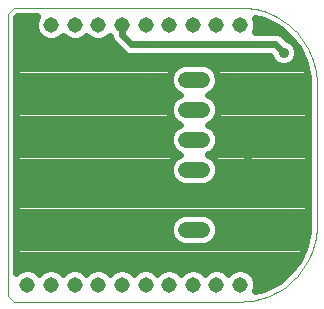
<source format=gbl>
G75*
G70*
%OFA0B0*%
%FSLAX24Y24*%
%IPPOS*%
%LPD*%
%AMOC8*
5,1,8,0,0,1.08239X$1,22.5*
%
%ADD10C,0.0000*%
%ADD11C,0.0515*%
%ADD12C,0.0520*%
%ADD13C,0.0240*%
%ADD14C,0.0356*%
D10*
X001606Y001227D02*
X001806Y001027D01*
X009406Y001027D01*
X009527Y001033D01*
X009648Y001044D01*
X009768Y001061D01*
X009888Y001083D01*
X010006Y001111D01*
X010122Y001145D01*
X010237Y001184D01*
X010350Y001229D01*
X010461Y001279D01*
X010569Y001334D01*
X010674Y001394D01*
X010776Y001459D01*
X010876Y001529D01*
X010971Y001604D01*
X011063Y001683D01*
X011152Y001766D01*
X011236Y001854D01*
X011316Y001945D01*
X011391Y002040D01*
X011462Y002139D01*
X011528Y002241D01*
X011589Y002346D01*
X011645Y002453D01*
X011696Y002563D01*
X011741Y002676D01*
X011782Y002790D01*
X011816Y002907D01*
X011845Y003025D01*
X011869Y003144D01*
X011887Y003264D01*
X011899Y003384D01*
X011905Y003506D01*
X011906Y003627D01*
X011906Y008227D01*
X011905Y008348D01*
X011899Y008470D01*
X011887Y008590D01*
X011869Y008710D01*
X011845Y008829D01*
X011816Y008947D01*
X011782Y009064D01*
X011741Y009178D01*
X011696Y009291D01*
X011645Y009401D01*
X011589Y009508D01*
X011528Y009613D01*
X011462Y009715D01*
X011391Y009814D01*
X011316Y009909D01*
X011236Y010000D01*
X011152Y010088D01*
X011063Y010171D01*
X010971Y010250D01*
X010876Y010325D01*
X010776Y010395D01*
X010674Y010460D01*
X010569Y010520D01*
X010461Y010575D01*
X010350Y010625D01*
X010237Y010670D01*
X010122Y010709D01*
X010006Y010743D01*
X009888Y010771D01*
X009768Y010793D01*
X009648Y010810D01*
X009527Y010821D01*
X009406Y010827D01*
X001806Y010827D01*
X001606Y010627D01*
X001606Y001227D01*
D11*
X002263Y001597D03*
X003050Y001597D03*
X003838Y001597D03*
X004625Y001597D03*
X005413Y001597D03*
X006200Y001597D03*
X006987Y001597D03*
X007775Y001597D03*
X008562Y001597D03*
X009350Y001597D03*
X009350Y010258D03*
X008562Y010258D03*
X007775Y010258D03*
X006987Y010258D03*
X006200Y010258D03*
X005413Y010258D03*
X004625Y010258D03*
X003838Y010258D03*
X003050Y010258D03*
X002263Y010258D03*
D12*
X007546Y008427D02*
X008066Y008427D01*
X008066Y007427D02*
X007546Y007427D01*
X007546Y006427D02*
X008066Y006427D01*
X008066Y005427D02*
X007546Y005427D01*
X007546Y004427D02*
X008066Y004427D01*
X008066Y003427D02*
X007546Y003427D01*
D13*
X007145Y003790D02*
X001886Y003790D01*
X001886Y004028D02*
X011626Y004028D01*
X011626Y003790D02*
X008467Y003790D01*
X008524Y003733D02*
X008372Y003885D01*
X008174Y003967D01*
X007439Y003967D01*
X007240Y003885D01*
X007089Y003733D01*
X007006Y003535D01*
X007006Y003320D01*
X007089Y003121D01*
X007240Y002969D01*
X007439Y002887D01*
X008174Y002887D01*
X008372Y002969D01*
X008524Y003121D01*
X008606Y003320D01*
X008606Y003535D01*
X008524Y003733D01*
X008599Y003551D02*
X011624Y003551D01*
X011626Y003621D02*
X011617Y003367D01*
X011514Y002869D01*
X011302Y002407D01*
X010993Y002004D01*
X010602Y001679D01*
X010148Y001449D01*
X009838Y001372D01*
X009887Y001490D01*
X009887Y001703D01*
X009805Y001901D01*
X009654Y002052D01*
X009456Y002134D01*
X009243Y002134D01*
X009045Y002052D01*
X008956Y001963D01*
X008867Y002052D01*
X008669Y002134D01*
X008455Y002134D01*
X008258Y002052D01*
X008168Y001963D01*
X008079Y002052D01*
X007882Y002134D01*
X007668Y002134D01*
X007470Y002052D01*
X007381Y001963D01*
X007292Y002052D01*
X007094Y002134D01*
X006880Y002134D01*
X006683Y002052D01*
X006594Y001963D01*
X006504Y002052D01*
X006307Y002134D01*
X006093Y002134D01*
X005896Y002052D01*
X005806Y001963D01*
X005717Y002052D01*
X005519Y002134D01*
X005306Y002134D01*
X005108Y002052D01*
X005019Y001963D01*
X004930Y002052D01*
X004732Y002134D01*
X004518Y002134D01*
X004321Y002052D01*
X004231Y001963D01*
X004142Y002052D01*
X003945Y002134D01*
X003731Y002134D01*
X003533Y002052D01*
X003444Y001963D01*
X003355Y002052D01*
X003157Y002134D01*
X002943Y002134D01*
X002746Y002052D01*
X002657Y001963D01*
X002567Y002052D01*
X002370Y002134D01*
X002156Y002134D01*
X001959Y002052D01*
X001886Y001980D01*
X001886Y010511D01*
X001922Y010547D01*
X002588Y010547D01*
X002513Y010365D01*
X002513Y010151D01*
X002595Y009953D01*
X002746Y009802D01*
X002943Y009720D01*
X003157Y009720D01*
X003355Y009802D01*
X003444Y009892D01*
X003533Y009802D01*
X003731Y009720D01*
X003945Y009720D01*
X004142Y009802D01*
X004231Y009892D01*
X004321Y009802D01*
X004518Y009720D01*
X004732Y009720D01*
X004930Y009802D01*
X005013Y009885D01*
X005013Y009841D01*
X005074Y009694D01*
X005367Y009401D01*
X005480Y009288D01*
X005627Y009227D01*
X010341Y009227D01*
X010360Y009208D01*
X010418Y009068D01*
X010547Y008939D01*
X010715Y008869D01*
X010897Y008869D01*
X011066Y008939D01*
X011195Y009068D01*
X011264Y009236D01*
X011264Y009418D01*
X011195Y009587D01*
X011066Y009716D01*
X010925Y009774D01*
X010733Y009966D01*
X010586Y010027D01*
X010427Y010027D01*
X009836Y010027D01*
X009887Y010151D01*
X009887Y010365D01*
X009838Y010482D01*
X010148Y010405D01*
X010602Y010176D01*
X010993Y009851D01*
X011302Y009447D01*
X011514Y008985D01*
X011617Y008487D01*
X011626Y008234D01*
X011626Y008231D01*
X011625Y008177D01*
X011626Y008174D01*
X011626Y003680D01*
X011625Y003677D01*
X011626Y003623D01*
X011626Y003621D01*
X011606Y003313D02*
X008603Y003313D01*
X008477Y003074D02*
X011556Y003074D01*
X011498Y002836D02*
X001886Y002836D01*
X001886Y002597D02*
X011389Y002597D01*
X011265Y002359D02*
X001886Y002359D01*
X001886Y002120D02*
X002122Y002120D01*
X002404Y002120D02*
X002910Y002120D01*
X003191Y002120D02*
X003697Y002120D01*
X003979Y002120D02*
X004484Y002120D01*
X004766Y002120D02*
X005272Y002120D01*
X005553Y002120D02*
X006059Y002120D01*
X006341Y002120D02*
X006847Y002120D01*
X007128Y002120D02*
X007634Y002120D01*
X007916Y002120D02*
X008421Y002120D01*
X008703Y002120D02*
X009209Y002120D01*
X009490Y002120D02*
X011082Y002120D01*
X010846Y001881D02*
X009813Y001881D01*
X009887Y001643D02*
X010531Y001643D01*
X009968Y001404D02*
X009852Y001404D01*
X007136Y003074D02*
X001886Y003074D01*
X001886Y003313D02*
X007009Y003313D01*
X007013Y003551D02*
X001886Y003551D01*
X001886Y004267D02*
X011626Y004267D01*
X011626Y004505D02*
X001886Y004505D01*
X001886Y004744D02*
X011626Y004744D01*
X011626Y004982D02*
X008385Y004982D01*
X008372Y004969D02*
X008524Y005121D01*
X008606Y005320D01*
X008606Y005535D01*
X008524Y005733D01*
X008372Y005885D01*
X008270Y005927D01*
X008372Y005969D01*
X008524Y006121D01*
X008606Y006320D01*
X008606Y006535D01*
X008524Y006733D01*
X008372Y006885D01*
X008270Y006927D01*
X008372Y006969D01*
X008524Y007121D01*
X008606Y007320D01*
X008606Y007535D01*
X008524Y007733D01*
X008372Y007885D01*
X008270Y007927D01*
X008372Y007969D01*
X008524Y008121D01*
X008606Y008320D01*
X008606Y008535D01*
X008524Y008733D01*
X008372Y008885D01*
X008174Y008967D01*
X007439Y008967D01*
X007240Y008885D01*
X007089Y008733D01*
X007006Y008535D01*
X007006Y008320D01*
X007089Y008121D01*
X007240Y007969D01*
X007342Y007927D01*
X007240Y007885D01*
X007089Y007733D01*
X007006Y007535D01*
X007006Y007320D01*
X007089Y007121D01*
X007240Y006969D01*
X007342Y006927D01*
X007240Y006885D01*
X007089Y006733D01*
X007006Y006535D01*
X007006Y006320D01*
X007089Y006121D01*
X007240Y005969D01*
X007342Y005927D01*
X007240Y005885D01*
X007089Y005733D01*
X007006Y005535D01*
X007006Y005320D01*
X007089Y005121D01*
X007240Y004969D01*
X007439Y004887D01*
X008174Y004887D01*
X008372Y004969D01*
X008565Y005221D02*
X011626Y005221D01*
X011626Y005460D02*
X008606Y005460D01*
X008539Y005698D02*
X011626Y005698D01*
X011626Y005937D02*
X008293Y005937D01*
X008546Y006175D02*
X011626Y006175D01*
X011626Y006414D02*
X008606Y006414D01*
X008558Y006652D02*
X011626Y006652D01*
X011626Y006891D02*
X008358Y006891D01*
X008527Y007129D02*
X011626Y007129D01*
X011626Y007368D02*
X008606Y007368D01*
X008577Y007606D02*
X011626Y007606D01*
X011626Y007845D02*
X008412Y007845D01*
X008486Y008084D02*
X011626Y008084D01*
X011623Y008322D02*
X008606Y008322D01*
X008596Y008561D02*
X011602Y008561D01*
X011552Y008799D02*
X008458Y008799D01*
X007155Y008799D02*
X001886Y008799D01*
X001886Y008561D02*
X007017Y008561D01*
X007006Y008322D02*
X001886Y008322D01*
X001886Y008084D02*
X007126Y008084D01*
X007200Y007845D02*
X001886Y007845D01*
X001886Y007606D02*
X007036Y007606D01*
X007006Y007368D02*
X001886Y007368D01*
X001886Y007129D02*
X007085Y007129D01*
X007254Y006891D02*
X001886Y006891D01*
X001886Y006652D02*
X007055Y006652D01*
X007006Y006414D02*
X001886Y006414D01*
X001886Y006175D02*
X007066Y006175D01*
X007320Y005937D02*
X001886Y005937D01*
X001886Y005698D02*
X007074Y005698D01*
X007006Y005460D02*
X001886Y005460D01*
X001886Y005221D02*
X007047Y005221D01*
X007227Y004982D02*
X001886Y004982D01*
X001886Y009038D02*
X010448Y009038D01*
X010806Y009327D02*
X010506Y009627D01*
X005706Y009627D01*
X005413Y009921D01*
X005413Y010258D01*
X005049Y009753D02*
X004811Y009753D01*
X004439Y009753D02*
X004024Y009753D01*
X003651Y009753D02*
X003237Y009753D01*
X002864Y009753D02*
X001886Y009753D01*
X001886Y009515D02*
X005253Y009515D01*
X005508Y009276D02*
X001886Y009276D01*
X001886Y009992D02*
X002579Y009992D01*
X002513Y010230D02*
X001886Y010230D01*
X001886Y010469D02*
X002556Y010469D01*
X009506Y005927D02*
X009606Y005927D01*
X011165Y009038D02*
X011489Y009038D01*
X011380Y009276D02*
X011264Y009276D01*
X011250Y009515D02*
X011224Y009515D01*
X011068Y009753D02*
X010975Y009753D01*
X010823Y009992D02*
X010671Y009992D01*
X010493Y010230D02*
X009887Y010230D01*
X009892Y010469D02*
X009844Y010469D01*
D14*
X010806Y009327D03*
X009606Y005927D03*
M02*

</source>
